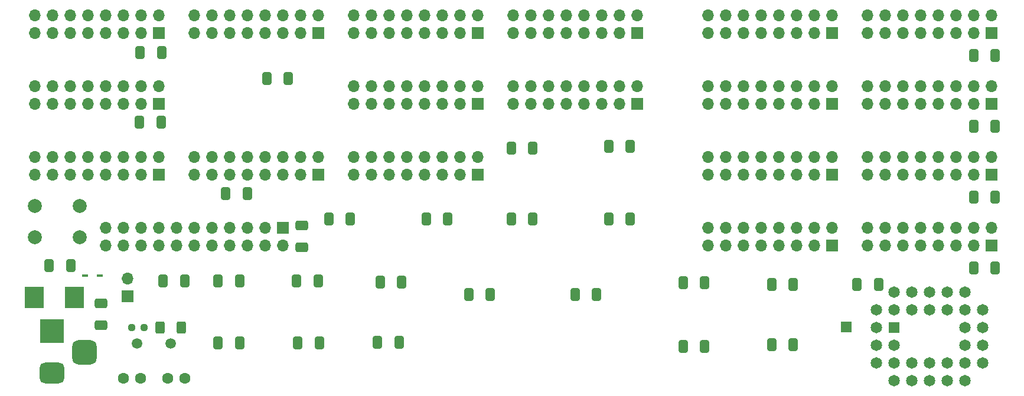
<source format=gbr>
%TF.GenerationSoftware,KiCad,Pcbnew,7.0.0-da2b9df05c~171~ubuntu20.04.1*%
%TF.CreationDate,2023-03-29T16:56:17-07:00*%
%TF.ProjectId,Motherboard,4d6f7468-6572-4626-9f61-72642e6b6963,rev?*%
%TF.SameCoordinates,Original*%
%TF.FileFunction,Soldermask,Bot*%
%TF.FilePolarity,Negative*%
%FSLAX46Y46*%
G04 Gerber Fmt 4.6, Leading zero omitted, Abs format (unit mm)*
G04 Created by KiCad (PCBNEW 7.0.0-da2b9df05c~171~ubuntu20.04.1) date 2023-03-29 16:56:17*
%MOMM*%
%LPD*%
G01*
G04 APERTURE LIST*
G04 Aperture macros list*
%AMRoundRect*
0 Rectangle with rounded corners*
0 $1 Rounding radius*
0 $2 $3 $4 $5 $6 $7 $8 $9 X,Y pos of 4 corners*
0 Add a 4 corners polygon primitive as box body*
4,1,4,$2,$3,$4,$5,$6,$7,$8,$9,$2,$3,0*
0 Add four circle primitives for the rounded corners*
1,1,$1+$1,$2,$3*
1,1,$1+$1,$4,$5*
1,1,$1+$1,$6,$7*
1,1,$1+$1,$8,$9*
0 Add four rect primitives between the rounded corners*
20,1,$1+$1,$2,$3,$4,$5,0*
20,1,$1+$1,$4,$5,$6,$7,0*
20,1,$1+$1,$6,$7,$8,$9,0*
20,1,$1+$1,$8,$9,$2,$3,0*%
G04 Aperture macros list end*
%ADD10R,1.700000X1.700000*%
%ADD11O,1.700000X1.700000*%
%ADD12C,1.600000*%
%ADD13R,1.500000X1.500000*%
%ADD14C,1.500000*%
%ADD15R,1.650000X1.650000*%
%ADD16C,1.650000*%
%ADD17R,3.500000X3.500000*%
%ADD18RoundRect,0.750000X1.000000X-0.750000X1.000000X0.750000X-1.000000X0.750000X-1.000000X-0.750000X0*%
%ADD19RoundRect,0.875000X0.875000X-0.875000X0.875000X0.875000X-0.875000X0.875000X-0.875000X-0.875000X0*%
%ADD20C,2.000000*%
%ADD21RoundRect,0.250000X-0.412500X-0.650000X0.412500X-0.650000X0.412500X0.650000X-0.412500X0.650000X0*%
%ADD22RoundRect,0.237500X-0.250000X-0.237500X0.250000X-0.237500X0.250000X0.237500X-0.250000X0.237500X0*%
%ADD23RoundRect,0.250000X0.412500X0.650000X-0.412500X0.650000X-0.412500X-0.650000X0.412500X-0.650000X0*%
%ADD24R,2.800000X3.150000*%
%ADD25RoundRect,0.250000X0.400000X0.625000X-0.400000X0.625000X-0.400000X-0.625000X0.400000X-0.625000X0*%
%ADD26RoundRect,0.250000X0.650000X-0.412500X0.650000X0.412500X-0.650000X0.412500X-0.650000X-0.412500X0*%
%ADD27R,0.950000X0.420000*%
%ADD28RoundRect,0.250000X-0.650000X0.412500X-0.650000X-0.412500X0.650000X-0.412500X0.650000X0.412500X0*%
G04 APERTURE END LIST*
D10*
%TO.C,JMEM_C2*%
X208279999Y-104139999D03*
D11*
X208279999Y-101599999D03*
X205739999Y-104139999D03*
X205739999Y-101599999D03*
X203199999Y-104139999D03*
X203199999Y-101599999D03*
X200659999Y-104139999D03*
X200659999Y-101599999D03*
X198119999Y-104139999D03*
X198119999Y-101599999D03*
X195579999Y-104139999D03*
X195579999Y-101599999D03*
X193039999Y-104139999D03*
X193039999Y-101599999D03*
X190499999Y-104139999D03*
X190499999Y-101599999D03*
%TD*%
D10*
%TO.C,JMEM_C1*%
X185419999Y-104139999D03*
D11*
X185419999Y-101599999D03*
X182879999Y-104139999D03*
X182879999Y-101599999D03*
X180339999Y-104139999D03*
X180339999Y-101599999D03*
X177799999Y-104139999D03*
X177799999Y-101599999D03*
X175259999Y-104139999D03*
X175259999Y-101599999D03*
X172719999Y-104139999D03*
X172719999Y-101599999D03*
X170179999Y-104139999D03*
X170179999Y-101599999D03*
X167639999Y-104139999D03*
X167639999Y-101599999D03*
%TD*%
D10*
%TO.C,JREGLOW3*%
X134619999Y-93979999D03*
D11*
X134619999Y-91439999D03*
X132079999Y-93979999D03*
X132079999Y-91439999D03*
X129539999Y-93979999D03*
X129539999Y-91439999D03*
X126999999Y-93979999D03*
X126999999Y-91439999D03*
X124459999Y-93979999D03*
X124459999Y-91439999D03*
X121919999Y-93979999D03*
X121919999Y-91439999D03*
X119379999Y-93979999D03*
X119379999Y-91439999D03*
X116839999Y-93979999D03*
X116839999Y-91439999D03*
%TD*%
D10*
%TO.C,JALU2*%
X111759999Y-104139999D03*
D11*
X111759999Y-101599999D03*
X109219999Y-104139999D03*
X109219999Y-101599999D03*
X106679999Y-104139999D03*
X106679999Y-101599999D03*
X104139999Y-104139999D03*
X104139999Y-101599999D03*
X101599999Y-104139999D03*
X101599999Y-101599999D03*
X99059999Y-104139999D03*
X99059999Y-101599999D03*
X96519999Y-104139999D03*
X96519999Y-101599999D03*
X93979999Y-104139999D03*
X93979999Y-101599999D03*
%TD*%
D10*
%TO.C,JMEM_B2*%
X208279999Y-93979999D03*
D11*
X208279999Y-91439999D03*
X205739999Y-93979999D03*
X205739999Y-91439999D03*
X203199999Y-93979999D03*
X203199999Y-91439999D03*
X200659999Y-93979999D03*
X200659999Y-91439999D03*
X198119999Y-93979999D03*
X198119999Y-91439999D03*
X195579999Y-93979999D03*
X195579999Y-91439999D03*
X193039999Y-93979999D03*
X193039999Y-91439999D03*
X190499999Y-93979999D03*
X190499999Y-91439999D03*
%TD*%
D10*
%TO.C,JMEM_D1*%
X185419999Y-114299999D03*
D11*
X185419999Y-111759999D03*
X182879999Y-114299999D03*
X182879999Y-111759999D03*
X180339999Y-114299999D03*
X180339999Y-111759999D03*
X177799999Y-114299999D03*
X177799999Y-111759999D03*
X175259999Y-114299999D03*
X175259999Y-111759999D03*
X172719999Y-114299999D03*
X172719999Y-111759999D03*
X170179999Y-114299999D03*
X170179999Y-111759999D03*
X167639999Y-114299999D03*
X167639999Y-111759999D03*
%TD*%
D10*
%TO.C,JMEM_B1*%
X185419999Y-93979999D03*
D11*
X185419999Y-91439999D03*
X182879999Y-93979999D03*
X182879999Y-91439999D03*
X180339999Y-93979999D03*
X180339999Y-91439999D03*
X177799999Y-93979999D03*
X177799999Y-91439999D03*
X175259999Y-93979999D03*
X175259999Y-91439999D03*
X172719999Y-93979999D03*
X172719999Y-91439999D03*
X170179999Y-93979999D03*
X170179999Y-91439999D03*
X167639999Y-93979999D03*
X167639999Y-91439999D03*
%TD*%
D12*
%TO.C,C4*%
X86320000Y-133350000D03*
X83820000Y-133350000D03*
%TD*%
D13*
%TO.C,TPROM15*%
X187451999Y-125983999D03*
%TD*%
D10*
%TO.C,JREGLOW1*%
X88899999Y-93979999D03*
D11*
X88899999Y-91439999D03*
X86359999Y-93979999D03*
X86359999Y-91439999D03*
X83819999Y-93979999D03*
X83819999Y-91439999D03*
X81279999Y-93979999D03*
X81279999Y-91439999D03*
X78739999Y-93979999D03*
X78739999Y-91439999D03*
X76199999Y-93979999D03*
X76199999Y-91439999D03*
X73659999Y-93979999D03*
X73659999Y-91439999D03*
X71119999Y-93979999D03*
X71119999Y-91439999D03*
%TD*%
D10*
%TO.C,JMEM_A1*%
X185419999Y-83819999D03*
D11*
X185419999Y-81279999D03*
X182879999Y-83819999D03*
X182879999Y-81279999D03*
X180339999Y-83819999D03*
X180339999Y-81279999D03*
X177799999Y-83819999D03*
X177799999Y-81279999D03*
X175259999Y-83819999D03*
X175259999Y-81279999D03*
X172719999Y-83819999D03*
X172719999Y-81279999D03*
X170179999Y-83819999D03*
X170179999Y-81279999D03*
X167639999Y-83819999D03*
X167639999Y-81279999D03*
%TD*%
D10*
%TO.C,JREGHIGH4*%
X157479999Y-83819999D03*
D11*
X157479999Y-81279999D03*
X154939999Y-83819999D03*
X154939999Y-81279999D03*
X152399999Y-83819999D03*
X152399999Y-81279999D03*
X149859999Y-83819999D03*
X149859999Y-81279999D03*
X147319999Y-83819999D03*
X147319999Y-81279999D03*
X144779999Y-83819999D03*
X144779999Y-81279999D03*
X142239999Y-83819999D03*
X142239999Y-81279999D03*
X139699999Y-83819999D03*
X139699999Y-81279999D03*
%TD*%
D14*
%TO.C,Y1*%
X90645000Y-128365000D03*
X85765000Y-128365000D03*
%TD*%
D10*
%TO.C,JALU1*%
X88899999Y-104139999D03*
D11*
X88899999Y-101599999D03*
X86359999Y-104139999D03*
X86359999Y-101599999D03*
X83819999Y-104139999D03*
X83819999Y-101599999D03*
X81279999Y-104139999D03*
X81279999Y-101599999D03*
X78739999Y-104139999D03*
X78739999Y-101599999D03*
X76199999Y-104139999D03*
X76199999Y-101599999D03*
X73659999Y-104139999D03*
X73659999Y-101599999D03*
X71119999Y-104139999D03*
X71119999Y-101599999D03*
%TD*%
D10*
%TO.C,JP1*%
X84454999Y-121538999D03*
D11*
X84454999Y-118998999D03*
%TD*%
D15*
%TO.C,U2*%
X194309999Y-126079999D03*
D16*
X191770000Y-128620000D03*
X194310000Y-128620000D03*
X191770000Y-131160000D03*
X194310000Y-133700000D03*
X194310000Y-131160000D03*
X196850000Y-133700000D03*
X196850000Y-131160000D03*
X199390000Y-133700000D03*
X199390000Y-131160000D03*
X201930000Y-133700000D03*
X201930000Y-131160000D03*
X204470000Y-133700000D03*
X207010000Y-131160000D03*
X204470000Y-131160000D03*
X207010000Y-128620000D03*
X204470000Y-128620000D03*
X207010000Y-126080000D03*
X204470000Y-126080000D03*
X207010000Y-123540000D03*
X204470000Y-121000000D03*
X204470000Y-123540000D03*
X201930000Y-121000000D03*
X201930000Y-123540000D03*
X199390000Y-121000000D03*
X199390000Y-123540000D03*
X196850000Y-121000000D03*
X196850000Y-123540000D03*
X194310000Y-121000000D03*
X191770000Y-123540000D03*
X194310000Y-123540000D03*
X191770000Y-126080000D03*
%TD*%
D17*
%TO.C,J1*%
X73599999Y-126599999D03*
D18*
X73600000Y-132600000D03*
D19*
X78300000Y-129600000D03*
%TD*%
D10*
%TO.C,JMEM_A2*%
X208279999Y-83819999D03*
D11*
X208279999Y-81279999D03*
X205739999Y-83819999D03*
X205739999Y-81279999D03*
X203199999Y-83819999D03*
X203199999Y-81279999D03*
X200659999Y-83819999D03*
X200659999Y-81279999D03*
X198119999Y-83819999D03*
X198119999Y-81279999D03*
X195579999Y-83819999D03*
X195579999Y-81279999D03*
X193039999Y-83819999D03*
X193039999Y-81279999D03*
X190499999Y-83819999D03*
X190499999Y-81279999D03*
%TD*%
D10*
%TO.C,JREGHIGH1*%
X88899999Y-83819999D03*
D11*
X88899999Y-81279999D03*
X86359999Y-83819999D03*
X86359999Y-81279999D03*
X83819999Y-83819999D03*
X83819999Y-81279999D03*
X81279999Y-83819999D03*
X81279999Y-81279999D03*
X78739999Y-83819999D03*
X78739999Y-81279999D03*
X76199999Y-83819999D03*
X76199999Y-81279999D03*
X73659999Y-83819999D03*
X73659999Y-81279999D03*
X71119999Y-83819999D03*
X71119999Y-81279999D03*
%TD*%
D10*
%TO.C,JREGLOW4*%
X157479999Y-93979999D03*
D11*
X157479999Y-91439999D03*
X154939999Y-93979999D03*
X154939999Y-91439999D03*
X152399999Y-93979999D03*
X152399999Y-91439999D03*
X149859999Y-93979999D03*
X149859999Y-91439999D03*
X147319999Y-93979999D03*
X147319999Y-91439999D03*
X144779999Y-93979999D03*
X144779999Y-91439999D03*
X142239999Y-93979999D03*
X142239999Y-91439999D03*
X139699999Y-93979999D03*
X139699999Y-91439999D03*
%TD*%
D10*
%TO.C,JREGHIGH3*%
X134619999Y-83819999D03*
D11*
X134619999Y-81279999D03*
X132079999Y-83819999D03*
X132079999Y-81279999D03*
X129539999Y-83819999D03*
X129539999Y-81279999D03*
X126999999Y-83819999D03*
X126999999Y-81279999D03*
X124459999Y-83819999D03*
X124459999Y-81279999D03*
X121919999Y-83819999D03*
X121919999Y-81279999D03*
X119379999Y-83819999D03*
X119379999Y-81279999D03*
X116839999Y-83819999D03*
X116839999Y-81279999D03*
%TD*%
D10*
%TO.C,JMEM_D2*%
X208279999Y-114299999D03*
D11*
X208279999Y-111759999D03*
X205739999Y-114299999D03*
X205739999Y-111759999D03*
X203199999Y-114299999D03*
X203199999Y-111759999D03*
X200659999Y-114299999D03*
X200659999Y-111759999D03*
X198119999Y-114299999D03*
X198119999Y-111759999D03*
X195579999Y-114299999D03*
X195579999Y-111759999D03*
X193039999Y-114299999D03*
X193039999Y-111759999D03*
X190499999Y-114299999D03*
X190499999Y-111759999D03*
%TD*%
D10*
%TO.C,JREGHIGH2*%
X111759999Y-83819999D03*
D11*
X111759999Y-81279999D03*
X109219999Y-83819999D03*
X109219999Y-81279999D03*
X106679999Y-83819999D03*
X106679999Y-81279999D03*
X104139999Y-83819999D03*
X104139999Y-81279999D03*
X101599999Y-83819999D03*
X101599999Y-81279999D03*
X99059999Y-83819999D03*
X99059999Y-81279999D03*
X96519999Y-83819999D03*
X96519999Y-81279999D03*
X93979999Y-83819999D03*
X93979999Y-81279999D03*
%TD*%
D20*
%TO.C,SW1*%
X71120000Y-108585000D03*
X77620000Y-108585000D03*
X71120000Y-113085000D03*
X77620000Y-113085000D03*
%TD*%
D12*
%TO.C,C8*%
X90170000Y-133350000D03*
X92670000Y-133350000D03*
%TD*%
D10*
%TO.C,JDBG1*%
X106679999Y-111759999D03*
D11*
X106679999Y-114299999D03*
X104139999Y-111759999D03*
X104139999Y-114299999D03*
X101599999Y-111759999D03*
X101599999Y-114299999D03*
X99059999Y-111759999D03*
X99059999Y-114299999D03*
X96519999Y-111759999D03*
X96519999Y-114299999D03*
X93979999Y-111759999D03*
X93979999Y-114299999D03*
X91439999Y-111759999D03*
X91439999Y-114299999D03*
X88899999Y-111759999D03*
X88899999Y-114299999D03*
X86359999Y-111759999D03*
X86359999Y-114299999D03*
X83819999Y-111759999D03*
X83819999Y-114299999D03*
X81279999Y-111759999D03*
X81279999Y-114299999D03*
%TD*%
D10*
%TO.C,JALU3*%
X134619999Y-104139999D03*
D11*
X134619999Y-101599999D03*
X132079999Y-104139999D03*
X132079999Y-101599999D03*
X129539999Y-104139999D03*
X129539999Y-101599999D03*
X126999999Y-104139999D03*
X126999999Y-101599999D03*
X124459999Y-104139999D03*
X124459999Y-101599999D03*
X121919999Y-104139999D03*
X121919999Y-101599999D03*
X119379999Y-104139999D03*
X119379999Y-101599999D03*
X116839999Y-104139999D03*
X116839999Y-101599999D03*
%TD*%
D21*
%TO.C,C17*%
X176784000Y-128524000D03*
X179909000Y-128524000D03*
%TD*%
%TO.C,C18*%
X148590000Y-121285000D03*
X151715000Y-121285000D03*
%TD*%
%TO.C,C22*%
X189026800Y-119913400D03*
X192151800Y-119913400D03*
%TD*%
%TO.C,C10*%
X139446000Y-110490000D03*
X142571000Y-110490000D03*
%TD*%
%TO.C,C24*%
X104394000Y-90330000D03*
X107519000Y-90330000D03*
%TD*%
%TO.C,C35*%
X86219900Y-86588600D03*
X89344900Y-86588600D03*
%TD*%
%TO.C,C14*%
X133350000Y-121285000D03*
X136475000Y-121285000D03*
%TD*%
%TO.C,C12*%
X97409000Y-119380000D03*
X100534000Y-119380000D03*
%TD*%
%TO.C,C21*%
X89521900Y-119329200D03*
X92646900Y-119329200D03*
%TD*%
%TO.C,C34*%
X86169100Y-96596200D03*
X89294100Y-96596200D03*
%TD*%
D22*
%TO.C,R1*%
X85004250Y-126034800D03*
X86829250Y-126034800D03*
%TD*%
D23*
%TO.C,C30*%
X208865000Y-117475000D03*
X205740000Y-117475000D03*
%TD*%
%TO.C,C32*%
X208865000Y-86995000D03*
X205740000Y-86995000D03*
%TD*%
D21*
%TO.C,C5*%
X97409000Y-128270000D03*
X100534000Y-128270000D03*
%TD*%
D24*
%TO.C,F2*%
X76859999Y-121774999D03*
X71059999Y-121774999D03*
%TD*%
D21*
%TO.C,C2*%
X120269000Y-128204000D03*
X123394000Y-128204000D03*
%TD*%
%TO.C,C11*%
X153416000Y-100076000D03*
X156541000Y-100076000D03*
%TD*%
D25*
%TO.C,R2*%
X92191150Y-126034800D03*
X89091150Y-126034800D03*
%TD*%
D21*
%TO.C,C19*%
X176784000Y-119888000D03*
X179909000Y-119888000D03*
%TD*%
%TO.C,C3*%
X108635000Y-119380000D03*
X111760000Y-119380000D03*
%TD*%
%TO.C,C25*%
X113284000Y-110490000D03*
X116409000Y-110490000D03*
%TD*%
%TO.C,C15*%
X139446000Y-100330000D03*
X142571000Y-100330000D03*
%TD*%
D23*
%TO.C,C33*%
X101638500Y-106807000D03*
X98513500Y-106807000D03*
%TD*%
%TO.C,C31*%
X208865000Y-97155000D03*
X205740000Y-97155000D03*
%TD*%
%TO.C,C29*%
X208865000Y-107315000D03*
X205740000Y-107315000D03*
%TD*%
D26*
%TO.C,C27*%
X109448600Y-114567100D03*
X109448600Y-111442100D03*
%TD*%
D21*
%TO.C,C9*%
X153416000Y-110490000D03*
X156541000Y-110490000D03*
%TD*%
D27*
%TO.C,D2*%
X78324999Y-118599999D03*
X80474999Y-118599999D03*
%TD*%
D28*
%TO.C,C6*%
X80645000Y-122555000D03*
X80645000Y-125680000D03*
%TD*%
D21*
%TO.C,C13*%
X120650000Y-119540000D03*
X123775000Y-119540000D03*
%TD*%
%TO.C,C1*%
X108839000Y-128270000D03*
X111964000Y-128270000D03*
%TD*%
%TO.C,C16*%
X164084000Y-119634000D03*
X167209000Y-119634000D03*
%TD*%
%TO.C,C20*%
X73188000Y-117134000D03*
X76313000Y-117134000D03*
%TD*%
%TO.C,C23*%
X127254000Y-110490000D03*
X130379000Y-110490000D03*
%TD*%
%TO.C,C7*%
X164084000Y-128778000D03*
X167209000Y-128778000D03*
%TD*%
M02*

</source>
